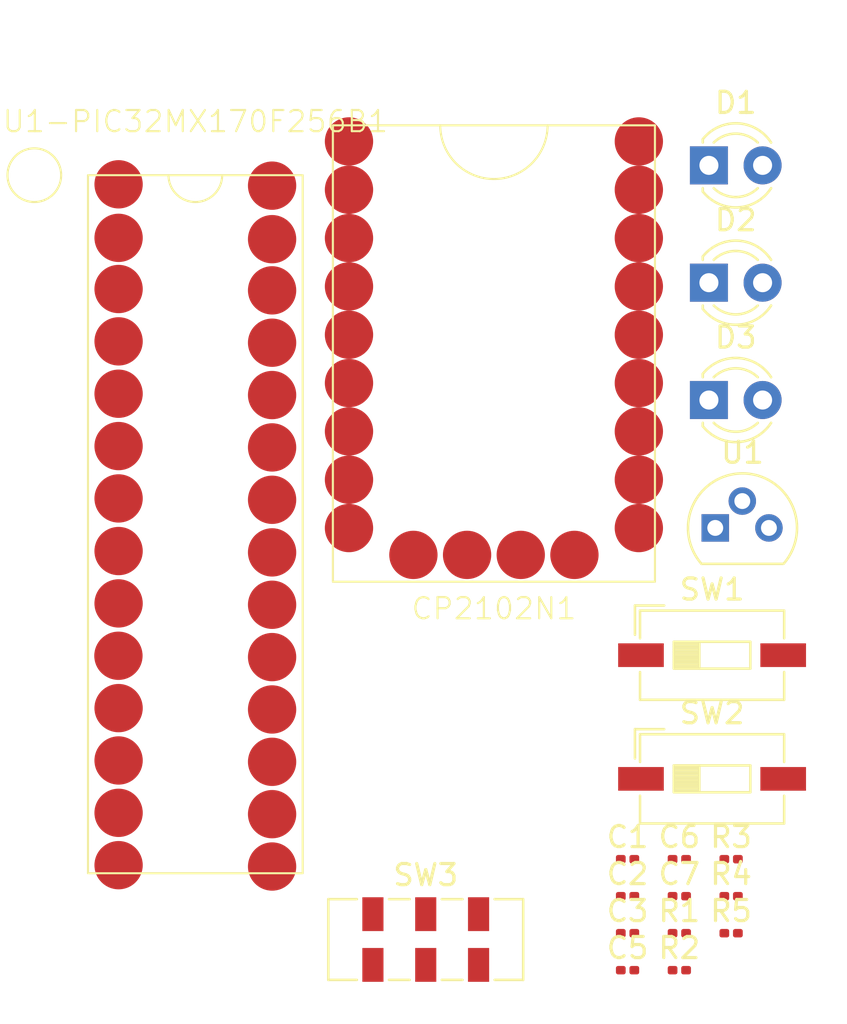
<source format=kicad_pcb>
(kicad_pcb (version 20221018) (generator pcbnew)
  (layers (0 "F.Cu" signal) (31 "B.Cu" signal) (34 "B.Paste" user) (35 "F.Paste" user) (36 "B.SilkS" user "B.Silkscreen") (37 "F.SilkS" user "F.Silkscreen") (38 "B.Mask" user) (39 "F.Mask" user) (44 "Edge.Cuts" user))
  (net 0 "")
  (net 1 "Net-(U1-PIC32MX170F256B1-Vdd)")
  (net 2 "GND")
  (net 3 "+3.3V")
  (net 4 "Net-(SW3A-B)")
  (net 6 "/U1TX")
  (net 7 "/U1RX")
  (net 8 "+5V")
  (net 10 "Net-(D1-K)")
  (net 11 "Net-(D2-K)")
  (net 12 "Net-(D3-K)")
  (net 13 "/MCLR")
  (net 14 "/USER")
  (net 15 "/GREEN")
  (net 16 "/YELLOW")
  (net 17 "Net-(SW3A-A)")
  (net 19 "/A0")
  (net 20 "/A1")
  (net 21 "/B0")
  (net 22 "/B1")
  (net 23 "/B2")
  (net 24 "/A3")
  (net 25 "/B6")
  (net 26 "/B7")
  (net 27 "/B8")
  (net 28 "/B9")
  (net 29 "/B10")
  (net 30 "/B11")
  (net 31 "/B12")
  (net 32 "/B13")
  (net 33 "/B14")
  (net 34 "/B15")
  (footprint "LED_THT:LED_D3.0mm" (layer "F.Cu") (at 151.005 96.7)
    (fp_text reference "D3" (at 1.27 -2.96) (layer "F.SilkS"))
    (fp_text value "LED")
    (fp_line (start -0.29 -1.236) (end -0.29 -1.08) (stroke (width 0.12)) (layer "F.SilkS"))
    (fp_line (start -0.29 1.08) (end -0.29 1.236) (stroke (width 0.12)) (layer "F.SilkS"))
    (fp_arc (start -0.29 -1.235516) (mid 1.366487 -1.987659) (end 2.942335 -1.078608) (stroke (width 0.12)) (layer "F.SilkS"))
    (fp_arc (start 0.229039 -1.08) (mid 1.270117 -1.5) (end 2.31113 -1.079837) (stroke (width 0.12)) (layer "F.SilkS"))
    (fp_arc (start 2.31113 1.079837) (mid 1.270117 1.5) (end 0.229039 1.08) (stroke (width 0.12)) (layer "F.SilkS"))
    (fp_arc (start 2.942335 1.078608) (mid 1.366487 1.987659) (end -0.29 1.235516) (stroke (width 0.12)) (layer "F.SilkS"))
    (pad "1" thru_hole rect (at 0 0) (size 1.8 1.8) (drill 0.9) (layers "*.Cu" "*.Mask") (net 12 "Net-(D3-K)"))
    (pad "2" thru_hole circle (at 2.54 0) (size 1.8 1.8) (drill 0.9) (layers "*.Cu" "*.Mask") (net 3 "+3.3V"))
  )
  (footprint "Resistor_SMD:R_0201_0603Metric" (layer "F.Cu") (at 149.605 121.92)
    (fp_text reference "R1" (at 0 -1.05) (layer "F.SilkS"))
    (fp_text value "10k")
    (pad "1" smd roundrect (at -0.32 0) (size 0.46 0.4) (layers "F.Cu" "F.Mask") (net 3 "+3.3V"))
    (pad "2" smd roundrect (at 0.32 0) (size 0.46 0.4) (layers "F.Cu" "F.Mask") (net 13 "/MCLR"))
  )
  (footprint "Resistor_SMD:R_0201_0603Metric" (layer "F.Cu") (at 152.055 121.92)
    (fp_text reference "R5" (at 0 -1.05) (layer "F.SilkS"))
    (fp_text value "330")
    (pad "1" smd roundrect (at -0.32 0) (size 0.46 0.4) (layers "F.Cu" "F.Mask") (net 12 "Net-(D3-K)"))
    (pad "2" smd roundrect (at 0.32 0) (size 0.46 0.4) (layers "F.Cu" "F.Mask") (net 2 "GND"))
  )
  (footprint "Capacitor_SMD:C_0201_0603Metric" (layer "F.Cu") (at 147.155 123.67)
    (fp_text reference "C5" (at 0 -1.05) (layer "F.SilkS"))
    (fp_text value "1uF")
    (pad "1" smd roundrect (at -0.32 0) (size 0.46 0.4) (layers "F.Cu" "F.Mask") (net 3 "+3.3V"))
    (pad "2" smd roundrect (at 0.32 0) (size 0.46 0.4) (layers "F.Cu" "F.Mask") (net 2 "GND"))
  )
  (footprint "Capacitor_SMD:C_0201_0603Metric" (layer "F.Cu") (at 147.155 118.42)
    (fp_text reference "C1" (at 0 -1.05) (layer "F.SilkS"))
    (fp_text value "0.1 uF")
    (pad "1" smd roundrect (at -0.32 0) (size 0.46 0.4) (layers "F.Cu" "F.Mask") (net 1 "Net-(U1-PIC32MX170F256B1-Vdd)"))
    (pad "2" smd roundrect (at 0.32 0) (size 0.46 0.4) (layers "F.Cu" "F.Mask") (net 2 "GND"))
  )
  (footprint "pcbfoot:PIC322MX170F256B" (layer "F.Cu") (at 117.99 83.575)
    (fp_text reference "U1-PIC32MX170F256B1" (at 8.7122 -0.0508 unlocked) (layer "F.SilkS") (effects (font (thickness 0.1))))
    (fp_text value "~")
    (fp_rect (start 3.6322 2.4892) (end 13.7922 35.5092) (stroke (width 0.1)) (fill none) (layer "F.SilkS"))
    (fp_arc (start 9.9822 2.4892) (mid 8.7122 3.7592) (end 7.4422 2.4892) (stroke (width 0.1)) (layer "F.SilkS"))
    (fp_circle (center 1.0922 2.4892) (end 2.3622 2.4892) (stroke (width 0.1)) (fill none) (layer "F.SilkS"))
    (pad "1" smd circle (at 5.08 2.921) (size 2.286 2.286) (layers "F.Cu" "F.Paste" "F.Mask") (net 13 "/MCLR"))
    (pad "2" smd circle (at 5.08 5.45338) (size 2.286 2.286) (layers "F.Cu" "F.Paste" "F.Mask") (net 19 "/A0"))
    (pad "3" smd circle (at 5.08 7.874) (size 2.286 2.286) (layers "F.Cu" "F.Paste" "F.Mask") (net 20 "/A1"))
    (pad "4" smd circle (at 5.08 10.3505) (size 2.286 2.286) (layers "F.Cu" "F.Paste" "F.Mask") (net 21 "/B0"))
    (pad "5" smd circle (at 5.08 12.827) (size 2.286 2.286) (layers "F.Cu" "F.Paste" "F.Mask") (net 22 "/B1"))
    (pad "6" smd circle (at 5.08 15.3035) (size 2.286 2.286) (layers "F.Cu" "F.Paste" "F.Mask") (net 23 "/B2"))
    (pad "7" smd circle (at 5.08 17.78) (size 2.286 2.286) (layers "F.Cu" "F.Paste" "F.Mask") (net 6 "/U1TX"))
    (pad "8" smd circle (at 5.08 20.2692) (size 2.286 2.286) (layers "F.Cu" "F.Paste" "F.Mask") (net 2 "GND"))
    (pad "9" smd circle (at 5.08 22.7457) (size 2.286 2.286) (layers "F.Cu" "F.Paste" "F.Mask") (net 7 "/U1RX"))
    (pad "10" smd circle (at 5.07238 25.2222) (size 2.286 2.286) (layers "F.Cu" "F.Paste" "F.Mask") (net 24 "/A3"))
    (pad "11" smd circle (at 5.08 27.6987) (size 2.286 2.286) (layers "F.Cu" "F.Paste" "F.Mask") (net 15 "/GREEN"))
    (pad "12" smd circle (at 5.08 30.1752) (size 2.286 2.286) (layers "F.Cu" "F.Paste" "F.Mask") (net 14 "/USER"))
    (pad "13" smd circle (at 5.08 32.6517) (size 2.286 2.286) (layers "F.Cu" "F.Paste" "F.Mask") (net 1 "Net-(U1-PIC32MX170F256B1-Vdd)"))
    (pad "14" smd circle (at 5.08 35.1282) (size 2.286 2.286) (layers "F.Cu" "F.Paste" "F.Mask") (net 16 "/YELLOW"))
    (pad "15" smd circle (at 12.3444 35.1917) (size 2.286 2.286) (layers "F.Cu" "F.Paste" "F.Mask") (net 25 "/B6"))
    (pad "16" smd circle (at 12.3444 32.7152) (size 2.286 2.286) (layers "F.Cu" "F.Paste" "F.Mask") (net 26 "/B7"))
    (pad "17" smd circle (at 12.3444 30.2387) (size 2.286 2.286) (layers "F.Cu" "F.Paste" "F.Mask") (net 27 "/B8"))
    (pad "18" smd circle (at 12.3444 27.7622) (size 2.286 2.286) (layers "F.Cu" "F.Paste" "F.Mask") (net 28 "/B9"))
    (pad "19" smd circle (at 12.3444 25.2857) (size 2.286 2.286) (layers "F.Cu" "F.Paste" "F.Mask") (net 2 "GND"))
    (pad "20" smd circle (at 12.3444 22.8092) (size 2.286 2.286) (layers "F.Cu" "F.Paste" "F.Mask") (net 3 "+3.3V"))
    (pad "21" smd circle (at 12.3444 20.3327) (size 2.286 2.286) (layers "F.Cu" "F.Paste" "F.Mask") (net 29 "/B10"))
    (pad "22" smd circle (at 12.3444 17.8435) (size 2.286 2.286) (layers "F.Cu" "F.Paste" "F.Mask") (net 30 "/B11"))
    (pad "23" smd circle (at 12.3444 15.367) (size 2.286 2.286) (layers "F.Cu" "F.Paste" "F.Mask") (net 31 "/B12"))
    (pad "24" smd circle (at 12.3444 12.8905) (size 2.286 2.286) (layers "F.Cu" "F.Paste" "F.Mask") (net 32 "/B13"))
    (pad "25" smd circle (at 12.3444 10.414) (size 2.286 2.286) (layers "F.Cu" "F.Paste" "F.Mask") (net 33 "/B14"))
    (pad "26" smd circle (at 12.3444 7.9375) (size 2.286 2.286) (layers "F.Cu" "F.Paste" "F.Mask") (net 34 "/B15"))
    (pad "27" smd circle (at 12.3444 5.51688) (size 2.286 2.286) (layers "F.Cu" "F.Paste" "F.Mask") (net 2 "GND"))
    (pad "28" smd circle (at 12.3444 2.9845) (size 2.286 2.286) (layers "F.Cu" "F.Paste" "F.Mask") (net 3 "+3.3V"))
  )
  (footprint "Battery:Battery_CR1225" (layer "F.Cu") (at 139.13 112.645)
    (fp_text reference "BATTERY1" hide)
    (fp_text value "~")
  )
  (footprint "Capacitor_SMD:C_0201_0603Metric" (layer "F.Cu") (at 147.155 120.17)
    (fp_text reference "C2" (at 0 -1.05) (layer "F.SilkS"))
    (fp_text value "0.1uF")
    (pad "1" smd roundrect (at -0.32 0) (size 0.46 0.4) (layers "F.Cu" "F.Mask") (net 3 "+3.3V"))
    (pad "2" smd roundrect (at 0.32 0) (size 0.46 0.4) (layers "F.Cu" "F.Mask") (net 2 "GND"))
  )
  (footprint "Button_Switch_SMD:SW_DIP_SPSTx01_Slide_6.7x4.1mm_W6.73mm_P2.54mm_LowProfile_JPin" (layer "F.Cu") (at 151.155 114.62)
    (fp_text reference "SW2" (at 0 -3.11) (layer "F.SilkS"))
    (fp_text value "USER")
    (fp_line (start -3.65 -2.35) (end -3.65 -0.967) (stroke (width 0.12)) (layer "F.SilkS"))
    (fp_line (start -3.65 -2.35) (end -2.267 -2.35) (stroke (width 0.12)) (layer "F.SilkS"))
    (fp_line (start -3.41 -2.11) (end -3.41 -0.8) (stroke (width 0.12)) (layer "F.SilkS"))
    (fp_line (start -3.41 -2.11) (end 3.41 -2.11) (stroke (width 0.12)) (layer "F.SilkS"))
    (fp_line (start -3.41 0.8) (end -3.41 2.11) (stroke (width 0.12)) (layer "F.SilkS"))
    (fp_line (start -3.41 2.11) (end 3.41 2.11) (stroke (width 0.12)) (layer "F.SilkS"))
    (fp_line (start -1.81 -0.635) (end -1.81 0.635) (stroke (width 0.12)) (layer "F.SilkS"))
    (fp_line (start -1.81 -0.515) (end -0.603333 -0.515) (stroke (width 0.12)) (layer "F.SilkS"))
    (fp_line (start -1.81 -0.395) (end -0.603333 -0.395) (stroke (width 0.12)) (layer "F.SilkS"))
    (fp_line (start -1.81 -0.275) (end -0.603333 -0.275) (stroke (width 0.12)) (layer "F.SilkS"))
    (fp_line (start -1.81 -0.155) (end -0.603333 -0.155) (stroke (width 0.12)) (layer "F.SilkS"))
    (fp_line (start -1.81 -0.035) (end -0.603333 -0.035) (stroke (width 0.12)) (layer "F.SilkS"))
    (fp_line (start -1.81 0.085) (end -0.603333 0.085) (stroke (width 0.12)) (layer "F.SilkS"))
    (fp_line (start -1.81 0.205) (end -0.603333 0.205) (stroke (width 0.12)) (layer "F.SilkS"))
    (fp_line (start -1.81 0.325) (end -0.603333 0.325) (stroke (width 0.12)) (layer "F.SilkS"))
    (fp_line (start -1.81 0.445) (end -0.603333 0.445) (stroke (width 0.12)) (layer "F.SilkS"))
    (fp_line (start -1.81 0.565) (end -0.603333 0.565) (stroke (width 0.12)) (layer "F.SilkS"))
    (fp_line (start -1.81 0.635) (end 1.81 0.635) (stroke (width 0.12)) (layer "F.SilkS"))
    (fp_line (start -0.603333 -0.635) (end -0.603333 0.635) (stroke (width 0.12)) (layer "F.SilkS"))
    (fp_line (start 1.81 -0.635) (end -1.81 -0.635) (stroke (width 0.12)) (layer "F.SilkS"))
    (fp_line (start 1.81 0.635) (end 1.81 -0.635) (stroke (width 0.12)) (layer "F.SilkS"))
    (fp_line (start 3.41 -2.11) (end 3.41 -0.8) (stroke (width 0.12)) (layer "F.SilkS"))
    (fp_line (start 3.41 0.8) (end 3.41 2.11) (stroke (width 0.12)) (layer "F.SilkS"))
    (pad "1" smd rect (at -3.365 0) (size 2.16 1.12) (layers "F.Cu" "F.Paste" "F.Mask") (net 2 "GND"))
    (pad "2" smd rect (at 3.365 0) (size 2.16 1.12) (layers "F.Cu" "F.Paste" "F.Mask") (net 14 "/USER"))
  )
  (footprint "Package_TO_SOT_THT:TO-92L" (layer "F.Cu") (at 151.305 102.75)
    (fp_text reference "U1" (at 1.29 -3.56) (layer "F.SilkS"))
    (fp_text value "AP7384-33V")
    (fp_line (start -0.65 1.7) (end 3.2 1.7) (stroke (width 0.12)) (layer "F.SilkS"))
    (fp_arc (start -0.65 1.7) (mid 1.283448 -2.579449) (end 3.238611 1.690122) (stroke (width 0.12)) (layer "F.SilkS"))
    (pad "1" thru_hole rect (at 0 0) (size 1.3 1.3) (drill 0.75) (layers "*.Cu" "*.Mask") (net 3 "+3.3V"))
    (pad "2" thru_hole circle (at 1.28 -1.27) (size 1.3 1.3) (drill 0.75) (layers "*.Cu" "*.Mask"))
    (pad "3" thru_hole circle (at 2.54 0) (size 1.3 1.3) (drill 0.75) (layers "*.Cu" "*.Mask") (net 4 "Net-(SW3A-B)"))
  )
  (footprint "pcbfoot:c2102n" (layer "F.Cu") (at 140.831 96.406)
    (fp_text reference "CP2102N1" (at 0 10.16 unlocked) (layer "F.SilkS") (effects (font (thickness 0.1))))
    (fp_text value "~")
    (fp_rect (start -7.62 -12.7) (end 7.62 8.89) (stroke (width 0.1)) (fill none) (layer "F.SilkS"))
    (fp_arc (start 2.54 -12.7) (mid 0 -10.16) (end -2.54 -12.7) (stroke (width 0.1)) (layer "F.SilkS"))
    (pad "1" smd circle (at -6.858 -11.938) (size 2.286 2.286) (layers "F.Cu" "F.Paste" "F.Mask"))
    (pad "2" smd circle (at -6.858 -9.652) (size 2.286 2.286) (layers "F.Cu" "F.Paste" "F.Mask") (net 6 "/U1TX"))
    (pad "3" smd circle (at -6.858 -7.366) (size 2.286 2.286) (layers "F.Cu" "F.Paste" "F.Mask") (net 7 "/U1RX"))
    (pad "4" smd circle (at -6.858 -5.08) (size 2.286 2.286) (layers "F.Cu" "F.Paste" "F.Mask") (net 8 "+5V"))
    (pad "5" smd circle (at -6.858 -2.794) (size 2.286 2.286) (layers "F.Cu" "F.Paste" "F.Mask"))
    (pad "6" smd circle (at -6.858 -0.508) (size 2.286 2.286) (layers "F.Cu" "F.Paste" "F.Mask") (net 2 "GND"))
    (pad "7" smd circle (at -6.858 1.778) (size 2.286 2.286) (layers "F.Cu" "F.Paste" "F.Mask"))
    (pad "8" smd circle (at -6.858 4.064) (size 2.286 2.286) (layers "F.Cu" "F.Paste" "F.Mask"))
    (pad "9" smd circle (at -6.858 6.35) (size 2.286 2.286) (layers "F.Cu" "F.Paste" "F.Mask"))
    (pad "10" smd circle (at -3.81 7.62) (size 2.286 2.286) (layers "F.Cu" "F.Paste" "F.Mask"))
    (pad "11" smd circle (at -1.27 7.62) (size 2.286 2.286) (layers "F.Cu" "F.Paste" "F.Mask"))
    (pad "12" smd circle (at 1.27 7.62) (size 2.286 2.286) (layers "F.Cu" "F.Paste" "F.Mask"))
    (pad "13" smd circle (at 3.81 7.62) (size 2.286 2.286) (layers "F.Cu" "F.Paste" "F.Mask"))
    (pad "14" smd circle (at 6.858 6.35) (size 2.286 2.286) (layers "F.Cu" "F.Paste" "F.Mask"))
    (pad "15" smd circle (at 6.858 4.064) (size 2.286 2.286) (layers "F.Cu" "F.Paste" "F.Mask"))
    (pad "16" smd circle (at 6.858 1.778) (size 2.286 2.286) (layers "F.Cu" "F.Paste" "F.Mask"))
    (pad "17" smd circle (at 6.858 -0.508) (size 2.286 2.286) (layers "F.Cu" "F.Paste" "F.Mask"))
    (pad "18" smd circle (at 6.858 -2.794) (size 2.286 2.286) (layers "F.Cu" "F.Paste" "F.Mask"))
    (pad "19" smd circle (at 6.858 -5.08) (size 2.286 2.286) (layers "F.Cu" "F.Paste" "F.Mask"))
    (pad "20" smd circle (at 6.858 -7.366) (size 2.286 2.286) (layers "F.Cu" "F.Paste" "F.Mask"))
    (pad "21" smd circle (at 6.858 -9.652) (size 2.286 2.286) (layers "F.Cu" "F.Paste" "F.Mask"))
    (pad "22" smd circle (at 6.858 -11.938) (size 2.286 2.286) (layers "F.Cu" "F.Paste" "F.Mask"))
  )
  (footprint "Resistor_SMD:R_0201_0603Metric" (layer "F.Cu") (at 152.055 120.17)
    (fp_text reference "R4" (at 0 -1.05) (layer "F.SilkS"))
    (fp_text value "330")
    (pad "1" smd roundrect (at -0.32 0) (size 0.46 0.4) (layers "F.Cu" "F.Mask") (net 11 "Net-(D2-K)"))
    (pad "2" smd roundrect (at 0.32 0) (size 0.46 0.4) (layers "F.Cu" "F.Mask") (net 16 "/YELLOW"))
  )
  (footprint "Resistor_SMD:R_0201_0603Metric" (layer "F.Cu") (at 152.055 118.42)
    (fp_text reference "R3" (at 0 -1.05) (layer "F.SilkS"))
    (fp_text value "330")
    (pad "1" smd roundrect (at -0.32 0) (size 0.46 0.4) (layers "F.Cu" "F.Mask") (net 10 "Net-(D1-K)"))
    (pad "2" smd roundrect (at 0.32 0) (size 0.46 0.4) (layers "F.Cu" "F.Mask") (net 15 "/GREEN"))
  )
  (footprint "Capacitor_SMD:C_0201_0603Metric" (layer "F.Cu") (at 149.605 118.42)
    (fp_text reference "C6" (at 0 -1.05) (layer "F.SilkS"))
    (fp_text value "1uF")
    (pad "1" smd roundrect (at -0.32 0) (size 0.46 0.4) (layers "F.Cu" "F.Mask") (net 3 "+3.3V"))
    (pad "2" smd roundrect (at 0.32 0) (size 0.46 0.4) (layers "F.Cu" "F.Mask") (net 2 "GND"))
  )
  (footprint "LED_THT:LED_D3.0mm" (layer "F.Cu") (at 151.005 85.6)
    (fp_text reference "D1" (at 1.27 -2.96) (layer "F.SilkS"))
    (fp_text value "LED")
    (fp_line (start -0.29 -1.236) (end -0.29 -1.08) (stroke (width 0.12)) (layer "F.SilkS"))
    (fp_line (start -0.29 1.08) (end -0.29 1.236) (stroke (width 0.12)) (layer "F.SilkS"))
    (fp_arc (start -0.29 -1.235516) (mid 1.366487 -1.987659) (end 2.942335 -1.078608) (stroke (width 0.12)) (layer "F.SilkS"))
    (fp_arc (start 0.229039 -1.08) (mid 1.270117 -1.5) (end 2.31113 -1.079837) (stroke (width 0.12)) (layer "F.SilkS"))
    (fp_arc (start 2.31113 1.079837) (mid 1.270117 1.5) (end 0.229039 1.08) (stroke (width 0.12)) (layer "F.SilkS"))
    (fp_arc (start 2.942335 1.078608) (mid 1.366487 1.987659) (end -0.29 1.235516) (stroke (width 0.12)) (layer "F.SilkS"))
    (pad "1" thru_hole rect (at 0 0) (size 1.8 1.8) (drill 0.9) (layers "*.Cu" "*.Mask") (net 10 "Net-(D1-K)"))
    (pad "2" thru_hole circle (at 2.54 0) (size 1.8 1.8) (drill 0.9) (layers "*.Cu" "*.Mask") (net 3 "+3.3V"))
  )
  (footprint "LED_THT:LED_D3.0mm" (layer "F.Cu") (at 151.005 91.15)
    (fp_text reference "D2" (at 1.27 -2.96) (layer "F.SilkS"))
    (fp_text value "LED")
    (fp_line (start -0.29 -1.236) (end -0.29 -1.08) (stroke (width 0.12)) (layer "F.SilkS"))
    (fp_line (start -0.29 1.08) (end -0.29 1.236) (stroke (width 0.12)) (layer "F.SilkS"))
    (fp_arc (start -0.29 -1.235516) (mid 1.366487 -1.987659) (end 2.942335 -1.078608) (stroke (width 0.12)) (layer "F.SilkS"))
    (fp_arc (start 0.229039 -1.08) (mid 1.270117 -1.5) (end 2.31113 -1.079837) (stroke (width 0.12)) (layer "F.SilkS"))
    (fp_arc (start 2.31113 1.079837) (mid 1.270117 1.5) (end 0.229039 1.08) (stroke (width 0.12)) (layer "F.SilkS"))
    (fp_arc (start 2.942335 1.078608) (mid 1.366487 1.987659) (end -0.29 1.235516) (stroke (width 0.12)) (layer "F.SilkS"))
    (pad "1" thru_hole rect (at 0 0) (size 1.8 1.8) (drill 0.9) (layers "*.Cu" "*.Mask") (net 11 "Net-(D2-K)"))
    (pad "2" thru_hole circle (at 2.54 0) (size 1.8 1.8) (drill 0.9) (layers "*.Cu" "*.Mask") (net 3 "+3.3V"))
  )
  (footprint "Capacitor_SMD:C_0201_0603Metric" (layer "F.Cu") (at 149.605 120.17)
    (fp_text reference "C7" (at 0 -1.05) (layer "F.SilkS"))
    (fp_text value "1uF")
    (pad "1" smd roundrect (at -0.32 0) (size 0.46 0.4) (layers "F.Cu" "F.Mask") (net 4 "Net-(SW3A-B)"))
    (pad "2" smd roundrect (at 0.32 0) (size 0.46 0.4) (layers "F.Cu" "F.Mask") (net 2 "GND"))
  )
  (footprint "Capacitor_SMD:C_0201_0603Metric" (layer "F.Cu") (at 147.155 121.92)
    (fp_text reference "C3" (at 0 -1.05) (layer "F.SilkS"))
    (fp_text value "1uF")
    (pad "1" smd roundrect (at -0.32 0) (size 0.46 0.4) (layers "F.Cu" "F.Mask") (net 3 "+3.3V"))
    (pad "2" smd roundrect (at 0.32 0) (size 0.46 0.4) (layers "F.Cu" "F.Mask") (net 2 "GND"))
  )
  (footprint "Resistor_SMD:R_0201_0603Metric" (layer "F.Cu") (at 149.605 123.67)
    (fp_text reference "R2" (at 0 -1.05) (layer "F.SilkS"))
    (fp_text value "10k")
    (pad "1" smd roundrect (at -0.32 0) (size 0.46 0.4) (layers "F.Cu" "F.Mask") (net 3 "+3.3V"))
    (pad "2" smd roundrect (at 0.32 0) (size 0.46 0.4) (layers "F.Cu" "F.Mask") (net 14 "/USER"))
  )
  (footprint "Button_Switch_SMD:SW_DIP_SPSTx01_Slide_6.7x4.1mm_W6.73mm_P2.54mm_LowProfile_JPin" (layer "F.Cu") (at 151.155 108.77)
    (fp_text reference "SW1" (at 0 -3.11) (layer "F.SilkS"))
    (fp_text value "MCLR")
    (fp_line (start -3.65 -2.35) (end -3.65 -0.967) (stroke (width 0.12)) (layer "F.SilkS"))
    (fp_line (start -3.65 -2.35) (end -2.267 -2.35) (stroke (width 0.12)) (layer "F.SilkS"))
    (fp_line (start -3.41 -2.11) (end -3.41 -0.8) (stroke (width 0.12)) (layer "F.SilkS"))
    (fp_line (start -3.41 -2.11) (end 3.41 -2.11) (stroke (width 0.12)) (layer "F.SilkS"))
    (fp_line (start -3.41 0.8) (end -3.41 2.11) (stroke (width 0.12)) (layer "F.SilkS"))
    (fp_line (start -3.41 2.11) (end 3.41 2.11) (stroke (width 0.12)) (layer "F.SilkS"))
    (fp_line (start -1.81 -0.635) (end -1.81 0.635) (stroke (width 0.12)) (layer "F.SilkS"))
    (fp_line (start -1.81 -0.515) (end -0.603333 -0.515) (stroke (width 0.12)) (layer "F.SilkS"))
    (fp_line (start -1.81 -0.395) (end -0.603333 -0.395) (stroke (width 0.12)) (layer "F.SilkS"))
    (fp_line (start -1.81 -0.275) (end -0.603333 -0.275) (stroke (width 0.12)) (layer "F.SilkS"))
    (fp_line (start -1.81 -0.155) (end -0.603333 -0.155) (stroke (width 0.12)) (layer "F.SilkS"))
    (fp_line (start -1.81 -0.035) (end -0.603333 -0.035) (stroke (width 0.12)) (layer "F.SilkS"))
    (fp_line (start -1.81 0.085) (end -0.603333 0.085) (stroke (width 0.12)) (layer "F.SilkS"))
    (fp_line (start -1.81 0.205) (end -0.603333 0.205) (stroke (width 0.12)) (layer "F.SilkS"))
    (fp_line (start -1.81 0.325) (end -0.603333 0.325) (stroke (width 0.12)) (layer "F.SilkS"))
    (fp_line (start -1.81 0.445) (end -0.603333 0.445) (stroke (width 0.12)) (layer "F.SilkS"))
    (fp_line (start -1.81 0.565) (end -0.603333 0.565) (stroke (width 0.12)) (layer "F.SilkS"))
    (fp_line (start -1.81 0.635) (end 1.81 0.635) (stroke (width 0.12)) (layer "F.SilkS"))
    (fp_line (start -0.603333 -0.635) (end -0.603333 0.635) (stroke (width 0.12)) (layer "F.SilkS"))
    (fp_line (start 1.81 -0.635) (end -1.81 -0.635) (stroke (width 0.12)) (layer "F.SilkS"))
    (fp_line (start 1.81 0.635) (end 1.81 -0.635) (stroke (width 0.12)) (layer "F.SilkS"))
    (fp_line (start 3.41 -2.11) (end 3.41 -0.8) (stroke (width 0.12)) (layer "F.SilkS"))
    (fp_line (start 3.41 0.8) (end 3.41 2.11) (stroke (width 0.12)) (layer "F.SilkS"))
    (pad "1" smd rect (at -3.365 0) (size 2.16 1.12) (layers "F.Cu" "F.Paste" "F.Mask") (net 2 "GND"))
    (pad "2" smd rect (at 3.365 0) (size 2.16 1.12) (layers "F.Cu" "F.Paste" "F.Mask") (net 13 "/MCLR"))
  )
  (footprint "Button_Switch_SMD:SW_DPDT_CK_JS202011JCQN" (layer "F.Cu") (at 137.605 122.22)
    (fp_text reference "SW3" (at 0 -3.05) (layer "F.SilkS"))
    (fp_text value "SW_DPDT_x2")
    (fp_line (start -4.61 -1.91) (end -4.61 1.91) (stroke (width 0.12)) (layer "F.SilkS"))
    (fp_line (start -4.61 1.91) (end -3.26 1.91) (stroke (width 0.12)) (layer "F.SilkS"))
    (fp_line (start -3.26 -1.91) (end -4.61 -1.91) (stroke (width 0.12)) (layer "F.SilkS"))
    (fp_line (start -0.76 -1.91) (end -1.74 -1.91) (stroke (width 0.12)) (layer "F.SilkS"))
    (fp_line (start -0.76 1.91) (end -1.74 1.91) (stroke (width 0.12)) (layer "F.SilkS"))
    (fp_line (start 1.74 -1.91) (end 0.76 -1.91) (stroke (width 0.12)) (layer "F.SilkS"))
    (fp_line (start 1.74 1.91) (end 0.76 1.91) (stroke (width 0.12)) (layer "F.SilkS"))
    (fp_line (start 4.61 -1.91) (end 3.26 -1.91) (stroke (width 0.12)) (layer "F.SilkS"))
    (fp_line (start 4.61 -1.91) (end 4.61 1.91) (stroke (width 0.12)) (layer "F.SilkS"))
    (fp_line (start 4.61 1.91) (end 3.26 1.91) (stroke (width 0.12)) (layer "F.SilkS"))
    (pad "1" smd rect (at -2.5 -1.2) (size 1 1.6) (layers "F.Cu" "F.Paste" "F.Mask") (net 17 "Net-(SW3A-A)"))
    (pad "2" smd rect (at 0 -1.2) (size 1 1.6) (layers "F.Cu" "F.Paste" "F.Mask") (net 4 "Net-(SW3A-B)"))
    (pad "3" smd rect (at 2.5 -1.2) (size 1 1.6) (layers "F.Cu" "F.Paste" "F.Mask") (net 8 "+5V"))
    (pad "4" smd rect (at -2.5 1.2) (size 1 1.6) (layers "F.Cu" "F.Paste" "F.Mask"))
    (pad "5" smd rect (at 0 1.2) (size 1 1.6) (layers "F.Cu" "F.Paste" "F.Mask"))
    (pad "6" smd rect (at 2.5 1.2) (size 1 1.6) (layers "F.Cu" "F.Paste" "F.Mask"))
  )
)
</source>
